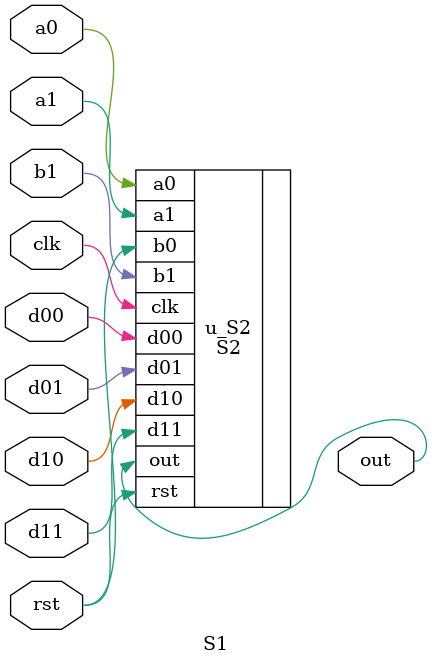
<source format=v>
module S1 (
    clk,
    rst,
    d00,
    d01,
    d10,
    d11,
    a1,
    b1,
    a0,
    out
);
  input clk, rst;
  input d00, d01, d10, d11, a1, b1, a0;
  output out;

  S2 u_S2 (
      .clk(clk),
      .rst(rst),
      .d00(d00),
      .d01(d01),
      .d10(d10),
      .d11(d11),
      .a1 (a1),
      .b1 (b1),
      .a0 (a0),
      .b0 (rst),
      .out(out)
  );

endmodule

</source>
